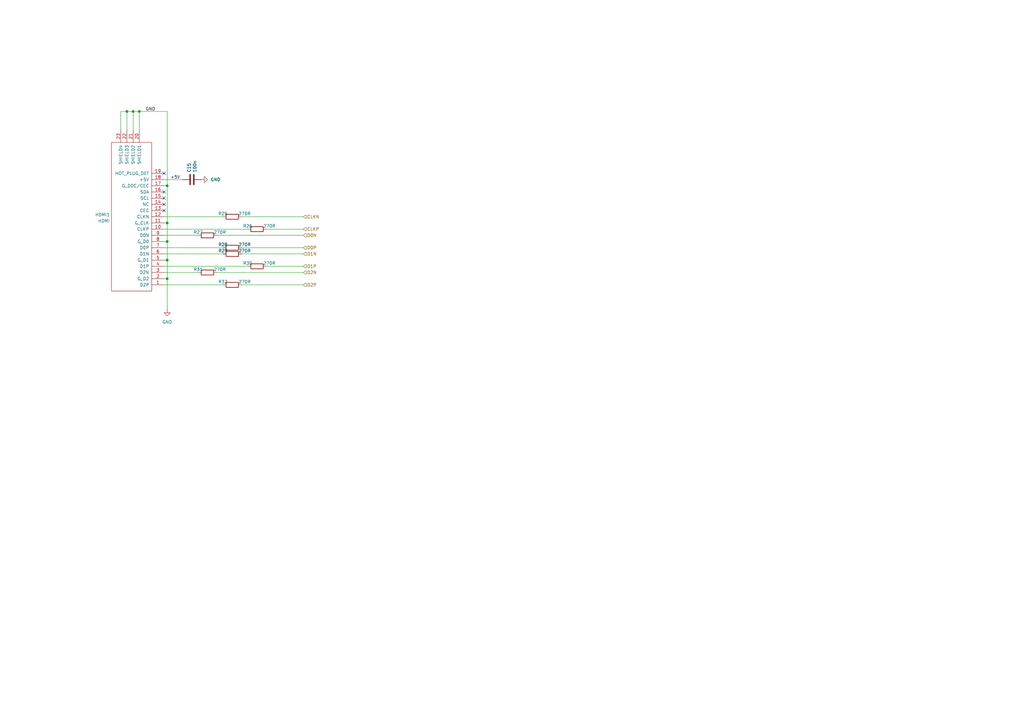
<source format=kicad_sch>
(kicad_sch (version 20231120) (generator "eeschema") (generator_version "8.0")
  (paper "A3")
  (title_block (title "Valera") (date "2025-01-08") (rev "1.0") (company "Mikhail Matveev") (comment 1 "https://github.com/xtremespb/valera"))
  (lib_symbols
    (symbol "Device:C" (pin_numbers hide) (pin_names (offset 0.254))
      (property "Reference" "C" (at 0.635 2.54 0))
      (property "Value" "C" (at 0.635 -2.54 0))
      (symbol "C_0_1"
        (polyline (pts (xy -2.032 -0.762) (xy 2.032 -0.762)) (stroke (width 0.508)))
        (polyline (pts (xy -2.032 0.762) (xy 2.032 0.762)) (stroke (width 0.508)))
      )
      (symbol "C_1_1"
        (pin passive line (at 0 3.81 270) (length 2.794) (name "~") (number "1"))
        (pin passive line (at 0 -3.81 90) (length 2.794) (name "~") (number "2"))
      )
    )
    (symbol "Device:R" (pin_numbers hide) (pin_names (offset 0))
      (property "Reference" "R" (at 2.032 0 90))
      (property "Value" "R" (at 0 0 90))
      (symbol "R_0_1"
        (rectangle (start -1.016 -2.54) (end 1.016 2.54) (stroke (width 0.254)))
      )
      (symbol "R_1_1"
        (pin passive line (at 0 3.81 270) (length 1.27) (name "~") (number "1"))
        (pin passive line (at 0 -3.81 90) (length 1.27) (name "~") (number "2"))
      )
    )
    (symbol "GND_2" (power) (pin_numbers hide) (pin_names (offset 0) hide)
      (property "Value" "GND" (at 0 -3.81 0))
      (symbol "GND_2_0_1"
        (polyline (pts (xy 0 0) (xy 0 -1.27) (xy 1.27 -1.27) (xy 0 -2.54) (xy -1.27 -1.27) (xy 0 -1.27)))
      )
      (symbol "GND_2_1_1"
        (pin power_in line (at 0 0 270) (length 0) (name "~") (number "1"))
      )
    )
    (symbol "R40:HDMI" (pin_names (offset 1.016))
      (property "Reference" "CN" (at -1.27 16.51 0))
      (property "Value" "HDMI" (at 7.62 16.51 0))
      (symbol "HDMI_0_1"
        (rectangle (start -5.08 15.24) (end 11.43 -45.72))
      )
      (symbol "HDMI_1_1"
        (pin input line (at -10.16 12.7 0) (length 5.08) (name "D2P") (number "1"))
        (pin input line (at -10.16 -10.16 0) (length 5.08) (name "CLKP") (number "10"))
        (pin input line (at -10.16 -12.7 0) (length 5.08) (name "G_CLK") (number "11"))
        (pin input line (at -10.16 -15.24 0) (length 5.08) (name "CLKN") (number "12"))
        (pin input line (at -10.16 -17.78 0) (length 5.08) (name "CEC") (number "13"))
        (pin input line (at -10.16 -20.32 0) (length 5.08) (name "NC") (number "14"))
        (pin input line (at -10.16 -22.86 0) (length 5.08) (name "SCL") (number "15"))
        (pin input line (at -10.16 -25.4 0) (length 5.08) (name "SDA") (number "16"))
        (pin input line (at -10.16 -27.94 0) (length 5.08) (name "G_DDC/CEC") (number "17"))
        (pin input line (at -10.16 -30.48 0) (length 5.08) (name "+5V") (number "18"))
        (pin input line (at -10.16 -33.02 0) (length 5.08) (name "HOT_PLUG_DET") (number "19"))
        (pin input line (at -10.16 10.16 0) (length 5.08) (name "G_D2") (number "2"))
        (pin input line (at 0 -50.8 90) (length 5.08) (name "SHIELD1") (number "20"))
        (pin input line (at 2.54 -50.8 90) (length 5.08) (name "SHIELD2") (number "21"))
        (pin input line (at 5.08 -50.8 90) (length 5.08) (name "SHIELD3") (number "22"))
        (pin input line (at 7.62 -50.8 90) (length 5.08) (name "SHIELD4") (number "23"))
        (pin input line (at -10.16 7.62 0) (length 5.08) (name "D2N") (number "3"))
        (pin input line (at -10.16 5.08 0) (length 5.08) (name "D1P") (number "4"))
        (pin input line (at -10.16 2.54 0) (length 5.08) (name "G_D1") (number "5"))
        (pin input line (at -10.16 0 0) (length 5.08) (name "D1N") (number "6"))
        (pin input line (at -10.16 -2.54 0) (length 5.08) (name "D0P") (number "7"))
        (pin input line (at -10.16 -5.08 0) (length 5.08) (name "G_D0") (number "8"))
        (pin input line (at -10.16 -7.62 0) (length 5.08) (name "D0N") (number "9"))
      )
    )
  )
  (junction (at 57.15 45.72))
  (junction (at 68.58 106.68))
  (junction (at 68.58 99.06))
  (junction (at 68.58 91.44))
  (junction (at 68.58 114.3))
  (junction (at 54.61 45.72))
  (junction (at 52.07 45.72))
  (junction (at 68.58 76.2))
  (no_connect (at 67.31 83.82))
  (no_connect (at 67.31 81.28))
  (no_connect (at 67.31 71.12))
  (no_connect (at 67.31 78.74))
  (no_connect (at 67.31 86.36))
  (wire (pts (xy 88.9 96.52) (xy 124.46 96.52)))
  (wire (pts (xy 54.61 45.72) (xy 52.07 45.72)))
  (wire (pts (xy 99.06 116.84) (xy 124.46 116.84)))
  (wire (pts (xy 52.07 45.72) (xy 52.07 53.34)))
  (wire (pts (xy 99.06 104.14) (xy 124.46 104.14)))
  (wire (pts (xy 68.58 76.2) (xy 68.58 45.72)))
  (wire (pts (xy 67.31 104.14) (xy 91.44 104.14)))
  (wire (pts (xy 68.58 91.44) (xy 68.58 99.06)))
  (wire (pts (xy 68.58 106.68) (xy 68.58 114.3)))
  (wire (pts (xy 68.58 91.44) (xy 68.58 76.2)))
  (wire (pts (xy 67.31 96.52) (xy 81.28 96.52)))
  (wire (pts (xy 67.31 99.06) (xy 68.58 99.06)))
  (wire (pts (xy 99.06 101.6) (xy 124.46 101.6)))
  (wire (pts (xy 67.31 73.66) (xy 74.93 73.66)))
  (wire (pts (xy 67.31 93.98) (xy 101.6 93.98)))
  (wire (pts (xy 68.58 114.3) (xy 68.58 127)))
  (wire (pts (xy 88.9 111.76) (xy 124.46 111.76)))
  (wire (pts (xy 67.31 76.2) (xy 68.58 76.2)))
  (wire (pts (xy 99.06 88.9) (xy 124.46 88.9)))
  (wire (pts (xy 67.31 116.84) (xy 91.44 116.84)))
  (wire (pts (xy 57.15 45.72) (xy 57.15 53.34)))
  (wire (pts (xy 68.58 99.06) (xy 68.58 106.68)))
  (wire (pts (xy 67.31 111.76) (xy 81.28 111.76)))
  (wire (pts (xy 109.22 93.98) (xy 124.46 93.98)))
  (wire (pts (xy 67.31 109.22) (xy 101.6 109.22)))
  (wire (pts (xy 52.07 45.72) (xy 49.53 45.72)))
  (wire (pts (xy 67.31 91.44) (xy 68.58 91.44)))
  (wire (pts (xy 49.53 45.72) (xy 49.53 53.34)))
  (wire (pts (xy 68.58 45.72) (xy 57.15 45.72)))
  (wire (pts (xy 57.15 45.72) (xy 54.61 45.72)))
  (wire (pts (xy 109.22 109.22) (xy 124.46 109.22)))
  (wire (pts (xy 67.31 101.6) (xy 91.44 101.6)))
  (wire (pts (xy 54.61 45.72) (xy 54.61 53.34)))
  (wire (pts (xy 67.31 88.9) (xy 91.44 88.9)))
  (wire (pts (xy 67.31 106.68) (xy 68.58 106.68)))
  (wire (pts (xy 67.31 114.3) (xy 68.58 114.3)))
  (label "+5V" (at 69.85 73.66 0))
  (label "GND" (at 59.69 45.72 0))
  (hierarchical_label "D0P" (shape input) (at 124.46 101.6 0))
  (hierarchical_label "CLKN" (shape input) (at 124.46 88.9 0))
  (hierarchical_label "CLKP" (shape input) (at 124.46 93.98 0))
  (hierarchical_label "D0N" (shape input) (at 124.46 96.52 0))
  (hierarchical_label "D1N" (shape input) (at 124.46 104.14 0))
  (hierarchical_label "D2N" (shape input) (at 124.46 111.76 0))
  (hierarchical_label "D2P" (shape input) (at 124.46 116.84 0))
  (hierarchical_label "D1P" (shape input) (at 124.46 109.22 0))
  (symbol (lib_id "Device:R") (at 105.41 93.98 90) (unit 1)
    (property "Reference" "R26" (at 101.6 92.71 90))
    (property "Value" "270R" (at 110.49 92.71 90))
    (property "Footprint" "LIBS:R_0805" (effects (hide yes)))
  )
  (symbol (lib_name "GND_2") (lib_id "power:GND") (at 82.55 73.66 90) (unit 1)
    (property "Reference" "#PWR027" (effects (hide yes)))
    (property "Value" "GND" (at 86.36 73.6599 90) (effects (justify right)))
    (property "Description" "Power symbol creates a global label with name \"GND\" , ground" (effects (hide yes)))
  )
  (symbol (lib_id "Device:R") (at 95.25 101.6 90) (unit 1)
    (property "Reference" "R28" (at 91.44 100.33 90))
    (property "Value" "270R" (at 100.33 100.33 90))
    (property "Footprint" "LIBS:R_0805" (effects (hide yes)))
  )
  (symbol (lib_id "Device:R") (at 95.25 104.14 90) (unit 1)
    (property "Reference" "R29" (at 91.44 102.87 90))
    (property "Value" "270R" (at 100.33 102.87 90))
    (property "Footprint" "LIBS:R_0805" (effects (hide yes)))
  )
  (symbol (lib_id "Device:R") (at 85.09 96.52 90) (unit 1)
    (property "Reference" "R27" (at 81.28 95.25 90))
    (property "Value" "270R" (at 90.17 95.25 90))
    (property "Footprint" "LIBS:R_0805" (effects (hide yes)))
  )
  (symbol (lib_id "Device:R") (at 95.25 116.84 90) (unit 1)
    (property "Reference" "R32" (at 91.44 115.57 90))
    (property "Value" "270R" (at 100.33 115.57 90))
    (property "Footprint" "LIBS:R_0805" (effects (hide yes)))
  )
  (symbol (lib_id "Device:R") (at 105.41 109.22 90) (unit 1)
    (property "Reference" "R30" (at 101.6 107.95 90))
    (property "Value" "270R" (at 110.49 107.95 90))
    (property "Footprint" "LIBS:R_0805" (effects (hide yes)))
  )
  (symbol (lib_id "Device:R") (at 95.25 88.9 90) (unit 1)
    (property "Reference" "R25" (at 91.44 87.63 90))
    (property "Value" "270R" (at 100.33 87.63 90))
    (property "Footprint" "LIBS:R_0805" (effects (hide yes)))
  )
  (symbol (lib_id "Device:R") (at 85.09 111.76 90) (unit 1)
    (property "Reference" "R31" (at 81.28 110.49 90))
    (property "Value" "270R" (at 90.17 110.49 90))
    (property "Footprint" "LIBS:R_0805" (effects (hide yes)))
  )
  (symbol (lib_name "GND_2") (lib_id "power:GND") (at 68.58 127 0) (unit 1)
    (property "Reference" "#PWR028" (effects (hide yes)))
    (property "Value" "GND" (at 68.58 132.08 0))
    (property "Description" "Power symbol creates a global label with name \"GND\" , ground" (effects (hide yes)))
  )
  (symbol (lib_id "Device:C") (at 78.74 73.66 90) (unit 1)
    (property "Reference" "C15" (at 77.5716 70.739 0) (effects (justify left)))
    (property "Value" "100n" (at 79.883 70.739 0) (effects (justify left)))
    (property "Footprint" "LIBS:C_0805" (effects (hide yes)))
  )
  (symbol (lib_id "R40:HDMI") (at 57.15 104.14 180) (unit 1)
    (property "Reference" "HDMI1" (at 45.0851 88.0653 0) (effects (justify left)))
    (property "Value" "HDMI" (at 45.0851 90.6022 0) (effects (justify left)))
    (property "Footprint" "LIBS:HDMI" (effects (hide yes)))
  )
)
</source>
